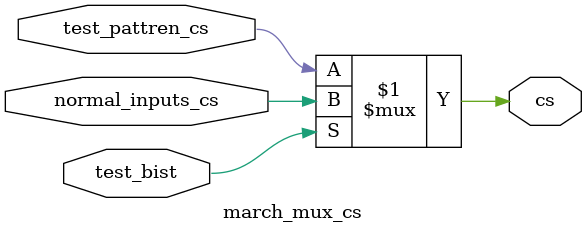
<source format=v>
module march_mux_cs(
    normal_inputs_cs, 
    test_pattren_cs, 
    test_bist, 
    
    cs
);

input normal_inputs_cs;
input test_pattren_cs;
input test_bist;
output cs;

wire cs;

assign cs = (test_bist)? normal_inputs_cs:test_pattren_cs;

endmodule

</source>
